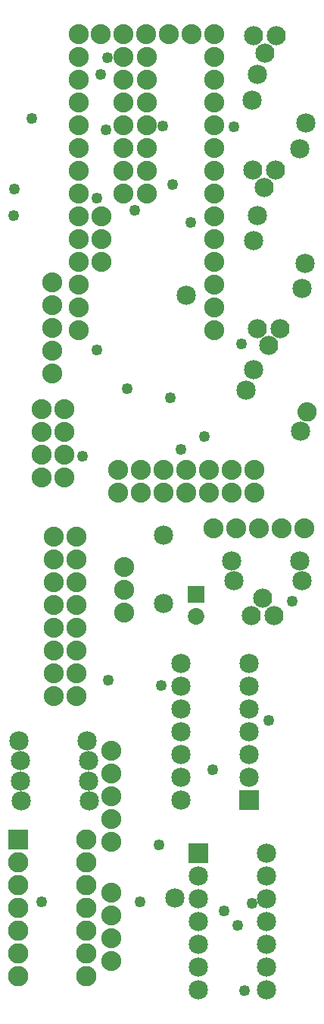
<source format=gts>
G04 MADE WITH FRITZING*
G04 WWW.FRITZING.ORG*
G04 DOUBLE SIDED*
G04 HOLES PLATED*
G04 CONTOUR ON CENTER OF CONTOUR VECTOR*
%ASAXBY*%
%FSLAX23Y23*%
%MOIN*%
%OFA0B0*%
%SFA1.0B1.0*%
%ADD10C,0.085000*%
%ADD11C,0.072992*%
%ADD12C,0.088000*%
%ADD13C,0.089370*%
%ADD14C,0.084000*%
%ADD15C,0.035000*%
%ADD16C,0.049370*%
%ADD17R,0.072992X0.072992*%
%ADD18R,0.089370X0.089370*%
%ADD19R,0.085000X0.085000*%
%ADD20R,0.001000X0.001000*%
%LNMASK1*%
G90*
G70*
G54D10*
X727Y2078D03*
X727Y1778D03*
G54D11*
X873Y1818D03*
X873Y1720D03*
G54D12*
X556Y1938D03*
X556Y1838D03*
X556Y1738D03*
X237Y3187D03*
X237Y3087D03*
X237Y2987D03*
X237Y2887D03*
X237Y2787D03*
X528Y2263D03*
X628Y2263D03*
X728Y2263D03*
X828Y2263D03*
X928Y2263D03*
X1028Y2263D03*
X1128Y2263D03*
X528Y2263D03*
X628Y2263D03*
X728Y2263D03*
X828Y2263D03*
X928Y2263D03*
X1028Y2263D03*
X1128Y2263D03*
X1128Y2363D03*
X1028Y2363D03*
X928Y2363D03*
X828Y2363D03*
X728Y2363D03*
X628Y2363D03*
X528Y2363D03*
X245Y2069D03*
X245Y1969D03*
X245Y1869D03*
X245Y1769D03*
X245Y1669D03*
X245Y1569D03*
X245Y1469D03*
X245Y1369D03*
X245Y2069D03*
X245Y1969D03*
X245Y1869D03*
X245Y1769D03*
X245Y1669D03*
X245Y1569D03*
X245Y1469D03*
X245Y1369D03*
X345Y1369D03*
X345Y1469D03*
X345Y1569D03*
X345Y1669D03*
X345Y1769D03*
X345Y1869D03*
X345Y1969D03*
X345Y2069D03*
G54D13*
X89Y740D03*
X389Y740D03*
X89Y640D03*
X389Y640D03*
X89Y540D03*
X389Y540D03*
X89Y440D03*
X389Y440D03*
X89Y340D03*
X389Y340D03*
X89Y240D03*
X389Y240D03*
X89Y140D03*
X389Y140D03*
G54D12*
X292Y2329D03*
X292Y2429D03*
X292Y2529D03*
X292Y2629D03*
X292Y2329D03*
X292Y2429D03*
X292Y2529D03*
X292Y2629D03*
X192Y2629D03*
X192Y2529D03*
X192Y2429D03*
X192Y2329D03*
G54D14*
X1226Y4269D03*
X1176Y4194D03*
X1126Y4269D03*
X1226Y4269D03*
X1176Y4194D03*
X1126Y4269D03*
X1222Y3679D03*
X1172Y3604D03*
X1122Y3679D03*
X1222Y3679D03*
X1172Y3604D03*
X1122Y3679D03*
X1116Y1725D03*
X1166Y1800D03*
X1216Y1725D03*
X1116Y1725D03*
X1166Y1800D03*
X1216Y1725D03*
X1242Y2985D03*
X1192Y2910D03*
X1142Y2985D03*
X1242Y2985D03*
X1192Y2910D03*
X1142Y2985D03*
G54D10*
X1329Y3774D03*
X1117Y3986D03*
X1337Y3159D03*
X1124Y3371D03*
X1327Y1964D03*
X1027Y1964D03*
X1332Y2533D03*
X1093Y2715D03*
X1143Y4099D03*
X1355Y3887D03*
X1140Y3481D03*
X1352Y3269D03*
X1038Y1878D03*
X1338Y1878D03*
X1126Y2803D03*
G54D15*
X1361Y2617D03*
G54D10*
X403Y910D03*
X103Y910D03*
X399Y997D03*
X99Y997D03*
X399Y1087D03*
X99Y1087D03*
X392Y1173D03*
X92Y1173D03*
X1106Y915D03*
X806Y915D03*
X1106Y1015D03*
X806Y1015D03*
X1106Y1115D03*
X806Y1115D03*
X1106Y1215D03*
X806Y1215D03*
X1106Y1315D03*
X806Y1315D03*
X1106Y1415D03*
X806Y1415D03*
X1106Y1515D03*
X806Y1515D03*
X882Y680D03*
X1182Y680D03*
X882Y580D03*
X1182Y580D03*
X882Y480D03*
X1182Y480D03*
X882Y380D03*
X1182Y380D03*
X882Y280D03*
X1182Y280D03*
X882Y180D03*
X1182Y180D03*
X882Y80D03*
X1182Y80D03*
G54D12*
X497Y206D03*
X497Y306D03*
X497Y406D03*
X497Y506D03*
X947Y2106D03*
X1047Y2106D03*
X1147Y2106D03*
X1247Y2106D03*
X1347Y2106D03*
X497Y731D03*
X497Y831D03*
X497Y931D03*
X497Y1031D03*
X497Y1131D03*
X354Y4277D03*
X354Y4177D03*
X354Y4077D03*
X354Y3977D03*
X354Y3877D03*
X354Y3777D03*
X354Y3677D03*
X354Y3577D03*
X354Y3477D03*
X354Y3377D03*
X354Y3277D03*
X354Y3177D03*
X354Y3077D03*
X354Y2977D03*
X354Y4277D03*
X354Y4177D03*
X354Y4077D03*
X354Y3977D03*
X354Y3877D03*
X354Y3777D03*
X354Y3677D03*
X354Y3577D03*
X354Y3477D03*
X354Y3377D03*
X354Y3277D03*
X354Y3177D03*
X354Y3077D03*
X354Y2977D03*
X952Y4278D03*
X952Y4178D03*
X952Y4078D03*
X952Y3978D03*
X952Y3878D03*
X952Y3778D03*
X952Y3678D03*
X952Y3578D03*
X952Y3478D03*
X952Y3378D03*
X952Y3278D03*
X952Y3178D03*
X952Y3078D03*
X952Y2978D03*
X952Y4278D03*
X952Y4178D03*
X952Y4078D03*
X952Y3978D03*
X952Y3878D03*
X952Y3778D03*
X952Y3678D03*
X952Y3578D03*
X952Y3478D03*
X952Y3378D03*
X952Y3278D03*
X952Y3178D03*
X952Y3078D03*
X952Y2978D03*
X454Y3478D03*
X454Y3378D03*
X454Y3278D03*
X852Y4277D03*
X752Y4277D03*
X652Y4277D03*
X552Y4277D03*
X452Y4277D03*
X654Y4177D03*
X654Y4077D03*
X654Y3977D03*
X654Y3877D03*
X654Y3777D03*
X654Y3677D03*
X654Y3577D03*
X654Y4177D03*
X654Y4077D03*
X654Y3977D03*
X654Y3877D03*
X654Y3777D03*
X654Y3677D03*
X654Y3577D03*
X552Y4178D03*
X552Y4078D03*
X552Y3978D03*
X552Y3878D03*
X552Y3778D03*
X552Y3678D03*
X552Y3578D03*
X552Y4178D03*
X552Y4078D03*
X552Y3978D03*
X552Y3878D03*
X552Y3778D03*
X552Y3678D03*
X552Y3578D03*
G54D16*
X148Y3906D03*
X482Y4173D03*
X434Y3556D03*
X452Y4102D03*
X476Y3858D03*
X944Y1048D03*
X996Y427D03*
X603Y3503D03*
X804Y2453D03*
X1037Y3871D03*
X71Y3597D03*
X67Y3481D03*
X847Y3451D03*
X1056Y365D03*
X1193Y1265D03*
X709Y717D03*
X193Y466D03*
X1085Y76D03*
X1119Y461D03*
X626Y467D03*
X769Y3616D03*
X758Y2681D03*
X725Y3873D03*
X435Y2889D03*
X372Y2424D03*
X719Y1417D03*
X908Y2509D03*
X1073Y2916D03*
X1294Y1786D03*
X486Y1442D03*
X567Y2720D03*
G54D10*
X828Y3131D03*
X778Y484D03*
G54D17*
X873Y1818D03*
G54D18*
X89Y740D03*
G54D19*
X1106Y915D03*
X882Y680D03*
G54D20*
X1355Y2660D02*
X1366Y2660D01*
X1350Y2659D02*
X1371Y2659D01*
X1347Y2658D02*
X1374Y2658D01*
X1344Y2657D02*
X1377Y2657D01*
X1342Y2656D02*
X1379Y2656D01*
X1340Y2655D02*
X1381Y2655D01*
X1339Y2654D02*
X1382Y2654D01*
X1337Y2653D02*
X1384Y2653D01*
X1336Y2652D02*
X1385Y2652D01*
X1334Y2651D02*
X1387Y2651D01*
X1333Y2650D02*
X1388Y2650D01*
X1332Y2649D02*
X1389Y2649D01*
X1331Y2648D02*
X1390Y2648D01*
X1330Y2647D02*
X1391Y2647D01*
X1329Y2646D02*
X1392Y2646D01*
X1328Y2645D02*
X1393Y2645D01*
X1327Y2644D02*
X1393Y2644D01*
X1327Y2643D02*
X1394Y2643D01*
X1326Y2642D02*
X1395Y2642D01*
X1325Y2641D02*
X1396Y2641D01*
X1325Y2640D02*
X1396Y2640D01*
X1324Y2639D02*
X1397Y2639D01*
X1324Y2638D02*
X1397Y2638D01*
X1323Y2637D02*
X1398Y2637D01*
X1323Y2636D02*
X1398Y2636D01*
X1322Y2635D02*
X1399Y2635D01*
X1322Y2634D02*
X1399Y2634D01*
X1321Y2633D02*
X1400Y2633D01*
X1321Y2632D02*
X1400Y2632D01*
X1321Y2631D02*
X1400Y2631D01*
X1320Y2630D02*
X1401Y2630D01*
X1320Y2629D02*
X1401Y2629D01*
X1320Y2628D02*
X1401Y2628D01*
X1320Y2627D02*
X1401Y2627D01*
X1319Y2626D02*
X1402Y2626D01*
X1319Y2625D02*
X1402Y2625D01*
X1319Y2624D02*
X1402Y2624D01*
X1319Y2623D02*
X1402Y2623D01*
X1319Y2622D02*
X1402Y2622D01*
X1319Y2621D02*
X1402Y2621D01*
X1319Y2620D02*
X1402Y2620D01*
X1319Y2619D02*
X1402Y2619D01*
X1319Y2618D02*
X1402Y2618D01*
X1319Y2617D02*
X1402Y2617D01*
X1319Y2616D02*
X1402Y2616D01*
X1319Y2615D02*
X1402Y2615D01*
X1319Y2614D02*
X1402Y2614D01*
X1319Y2613D02*
X1402Y2613D01*
X1319Y2612D02*
X1402Y2612D01*
X1319Y2611D02*
X1402Y2611D01*
X1319Y2610D02*
X1402Y2610D01*
X1320Y2609D02*
X1401Y2609D01*
X1320Y2608D02*
X1401Y2608D01*
X1320Y2607D02*
X1401Y2607D01*
X1320Y2606D02*
X1401Y2606D01*
X1321Y2605D02*
X1400Y2605D01*
X1321Y2604D02*
X1400Y2604D01*
X1321Y2603D02*
X1400Y2603D01*
X1322Y2602D02*
X1399Y2602D01*
X1322Y2601D02*
X1399Y2601D01*
X1323Y2600D02*
X1398Y2600D01*
X1323Y2599D02*
X1398Y2599D01*
X1324Y2598D02*
X1397Y2598D01*
X1324Y2597D02*
X1397Y2597D01*
X1325Y2596D02*
X1396Y2596D01*
X1325Y2595D02*
X1396Y2595D01*
X1326Y2594D02*
X1395Y2594D01*
X1327Y2593D02*
X1394Y2593D01*
X1328Y2592D02*
X1394Y2592D01*
X1328Y2591D02*
X1393Y2591D01*
X1329Y2590D02*
X1392Y2590D01*
X1330Y2589D02*
X1391Y2589D01*
X1331Y2588D02*
X1390Y2588D01*
X1332Y2587D02*
X1389Y2587D01*
X1333Y2586D02*
X1388Y2586D01*
X1334Y2585D02*
X1387Y2585D01*
X1336Y2584D02*
X1385Y2584D01*
X1337Y2583D02*
X1384Y2583D01*
X1339Y2582D02*
X1382Y2582D01*
X1340Y2581D02*
X1381Y2581D01*
X1342Y2580D02*
X1379Y2580D01*
X1344Y2579D02*
X1377Y2579D01*
X1347Y2578D02*
X1374Y2578D01*
X1350Y2577D02*
X1371Y2577D01*
X1355Y2576D02*
X1366Y2576D01*
D02*
G04 End of Mask1*
M02*
</source>
